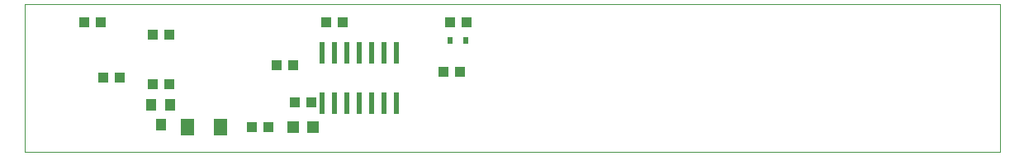
<source format=gtp>
G75*
G70*
%OFA0B0*%
%FSLAX24Y24*%
%IPPOS*%
%LPD*%
%AMOC8*
5,1,8,0,0,1.08239X$1,22.5*
%
%ADD10C,0.0000*%
%ADD11R,0.0240X0.0870*%
%ADD12R,0.0400X0.0450*%
%ADD13R,0.0433X0.0394*%
%ADD14R,0.0236X0.0315*%
%ADD15R,0.0472X0.0472*%
%ADD16R,0.0551X0.0709*%
D10*
X000151Y001048D02*
X000151Y007044D01*
X039533Y007044D01*
X039533Y001048D01*
X000151Y001048D01*
D11*
X012151Y003023D03*
X012651Y003023D03*
X013151Y003023D03*
X013651Y003023D03*
X014151Y003023D03*
X014651Y003023D03*
X015151Y003023D03*
X015151Y005073D03*
X014651Y005073D03*
X014151Y005073D03*
X013651Y005073D03*
X013151Y005073D03*
X012651Y005073D03*
X012151Y005073D03*
D12*
X006025Y002948D03*
X005277Y002948D03*
X005651Y002148D03*
D13*
X009317Y002048D03*
X009986Y002048D03*
X011067Y003048D03*
X011736Y003048D03*
X005986Y003798D03*
X005317Y003798D03*
X003986Y004048D03*
X003317Y004048D03*
X010317Y004548D03*
X010986Y004548D03*
X005986Y005798D03*
X005317Y005798D03*
X003236Y006298D03*
X002567Y006298D03*
X012317Y006298D03*
X012986Y006298D03*
X017317Y006298D03*
X017986Y006298D03*
X017736Y004298D03*
X017067Y004298D03*
D14*
X017336Y005548D03*
X017966Y005548D03*
D15*
X011815Y002048D03*
X010988Y002048D03*
D16*
X008070Y002048D03*
X006732Y002048D03*
M02*

</source>
